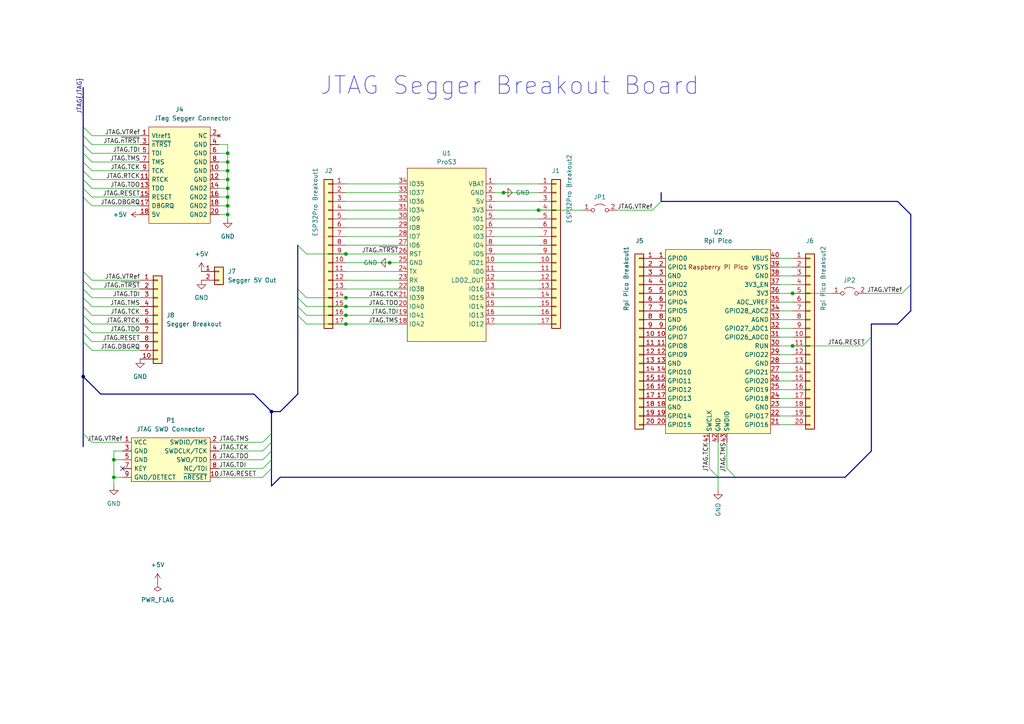
<source format=kicad_sch>
(kicad_sch (version 20230121) (generator eeschema)
  (paper "A4")
  (lib_symbols
    (symbol "Connector_Generic:Conn_01x02" (pin_names (offset 1.016) hide)
      (property "Reference" "J" (at 0 2.54 0))
      (property "Value" "Conn_01x02" (at 0 -5.08 0))
      (symbol "Conn_01x02_1_1"
        (rectangle (start -1.27 -2.413) (end 0 -2.667) (stroke (width 0.1524)))
        (rectangle (start -1.27 0.127) (end 0 -0.127) (stroke (width 0.1524)))
        (rectangle (start -1.27 1.27) (end 1.27 -3.81) (stroke (width 0.254)) (fill (type background)))
        (pin passive line (at -5.08 0 0) (length 3.81) (name "Pin_1") (number "1"))
        (pin passive line (at -5.08 -2.54 0) (length 3.81) (name "Pin_2") (number "2"))
      )
    )
    (symbol "Connector_Generic:Conn_01x10" (pin_names (offset 1.016) hide)
      (property "Reference" "J" (at 0 12.7 0))
      (property "Value" "Conn_01x10" (at 0 -15.24 0))
      (symbol "Conn_01x10_1_1"
        (rectangle (start -1.27 -12.573) (end 0 -12.827) (stroke (width 0.1524)))
        (rectangle (start -1.27 -10.033) (end 0 -10.287) (stroke (width 0.1524)))
        (rectangle (start -1.27 -7.493) (end 0 -7.747) (stroke (width 0.1524)))
        (rectangle (start -1.27 -4.953) (end 0 -5.207) (stroke (width 0.1524)))
        (rectangle (start -1.27 -2.413) (end 0 -2.667) (stroke (width 0.1524)))
        (rectangle (start -1.27 0.127) (end 0 -0.127) (stroke (width 0.1524)))
        (rectangle (start -1.27 2.667) (end 0 2.413) (stroke (width 0.1524)))
        (rectangle (start -1.27 5.207) (end 0 4.953) (stroke (width 0.1524)))
        (rectangle (start -1.27 7.747) (end 0 7.493) (stroke (width 0.1524)))
        (rectangle (start -1.27 10.287) (end 0 10.033) (stroke (width 0.1524)))
        (rectangle (start -1.27 11.43) (end 1.27 -13.97) (stroke (width 0.254)) (fill (type background)))
        (pin passive line (at -5.08 10.16 0) (length 3.81) (name "Pin_1") (number "1"))
        (pin passive line (at -5.08 -12.7 0) (length 3.81) (name "Pin_10") (number "10"))
        (pin passive line (at -5.08 7.62 0) (length 3.81) (name "Pin_2") (number "2"))
        (pin passive line (at -5.08 5.08 0) (length 3.81) (name "Pin_3") (number "3"))
        (pin passive line (at -5.08 2.54 0) (length 3.81) (name "Pin_4") (number "4"))
        (pin passive line (at -5.08 0 0) (length 3.81) (name "Pin_5") (number "5"))
        (pin passive line (at -5.08 -2.54 0) (length 3.81) (name "Pin_6") (number "6"))
        (pin passive line (at -5.08 -5.08 0) (length 3.81) (name "Pin_7") (number "7"))
        (pin passive line (at -5.08 -7.62 0) (length 3.81) (name "Pin_8") (number "8"))
        (pin passive line (at -5.08 -10.16 0) (length 3.81) (name "Pin_9") (number "9"))
      )
    )
    (symbol "Connector_Generic:Conn_01x17" (pin_names (offset 1.016) hide)
      (property "Reference" "J" (at 0 22.86 0))
      (property "Value" "Conn_01x17" (at 0 -22.86 0))
      (symbol "Conn_01x17_1_1"
        (rectangle (start -1.27 -20.193) (end 0 -20.447) (stroke (width 0.1524)))
        (rectangle (start -1.27 -17.653) (end 0 -17.907) (stroke (width 0.1524)))
        (rectangle (start -1.27 -15.113) (end 0 -15.367) (stroke (width 0.1524)))
        (rectangle (start -1.27 -12.573) (end 0 -12.827) (stroke (width 0.1524)))
        (rectangle (start -1.27 -10.033) (end 0 -10.287) (stroke (width 0.1524)))
        (rectangle (start -1.27 -7.493) (end 0 -7.747) (stroke (width 0.1524)))
        (rectangle (start -1.27 -4.953) (end 0 -5.207) (stroke (width 0.1524)))
        (rectangle (start -1.27 -2.413) (end 0 -2.667) (stroke (width 0.1524)))
        (rectangle (start -1.27 0.127) (end 0 -0.127) (stroke (width 0.1524)))
        (rectangle (start -1.27 2.667) (end 0 2.413) (stroke (width 0.1524)))
        (rectangle (start -1.27 5.207) (end 0 4.953) (stroke (width 0.1524)))
        (rectangle (start -1.27 7.747) (end 0 7.493) (stroke (width 0.1524)))
        (rectangle (start -1.27 10.287) (end 0 10.033) (stroke (width 0.1524)))
        (rectangle (start -1.27 12.827) (end 0 12.573) (stroke (width 0.1524)))
        (rectangle (start -1.27 15.367) (end 0 15.113) (stroke (width 0.1524)))
        (rectangle (start -1.27 17.907) (end 0 17.653) (stroke (width 0.1524)))
        (rectangle (start -1.27 20.447) (end 0 20.193) (stroke (width 0.1524)))
        (rectangle (start -1.27 21.59) (end 1.27 -21.59) (stroke (width 0.254)) (fill (type background)))
        (pin passive line (at -5.08 20.32 0) (length 3.81) (name "Pin_1") (number "1"))
        (pin passive line (at -5.08 -2.54 0) (length 3.81) (name "Pin_10") (number "10"))
        (pin passive line (at -5.08 -5.08 0) (length 3.81) (name "Pin_11") (number "11"))
        (pin passive line (at -5.08 -7.62 0) (length 3.81) (name "Pin_12") (number "12"))
        (pin passive line (at -5.08 -10.16 0) (length 3.81) (name "Pin_13") (number "13"))
        (pin passive line (at -5.08 -12.7 0) (length 3.81) (name "Pin_14") (number "14"))
        (pin passive line (at -5.08 -15.24 0) (length 3.81) (name "Pin_15") (number "15"))
        (pin passive line (at -5.08 -17.78 0) (length 3.81) (name "Pin_16") (number "16"))
        (pin passive line (at -5.08 -20.32 0) (length 3.81) (name "Pin_17") (number "17"))
        (pin passive line (at -5.08 17.78 0) (length 3.81) (name "Pin_2") (number "2"))
        (pin passive line (at -5.08 15.24 0) (length 3.81) (name "Pin_3") (number "3"))
        (pin passive line (at -5.08 12.7 0) (length 3.81) (name "Pin_4") (number "4"))
        (pin passive line (at -5.08 10.16 0) (length 3.81) (name "Pin_5") (number "5"))
        (pin passive line (at -5.08 7.62 0) (length 3.81) (name "Pin_6") (number "6"))
        (pin passive line (at -5.08 5.08 0) (length 3.81) (name "Pin_7") (number "7"))
        (pin passive line (at -5.08 2.54 0) (length 3.81) (name "Pin_8") (number "8"))
        (pin passive line (at -5.08 0 0) (length 3.81) (name "Pin_9") (number "9"))
      )
    )
    (symbol "Connector_Generic:Conn_01x20" (pin_names (offset 1.016) hide)
      (property "Reference" "J" (at 0 25.4 0))
      (property "Value" "Conn_01x20" (at 0 -27.94 0))
      (symbol "Conn_01x20_1_1"
        (rectangle (start -1.27 -25.273) (end 0 -25.527) (stroke (width 0.1524)))
        (rectangle (start -1.27 -22.733) (end 0 -22.987) (stroke (width 0.1524)))
        (rectangle (start -1.27 -20.193) (end 0 -20.447) (stroke (width 0.1524)))
        (rectangle (start -1.27 -17.653) (end 0 -17.907) (stroke (width 0.1524)))
        (rectangle (start -1.27 -15.113) (end 0 -15.367) (stroke (width 0.1524)))
        (rectangle (start -1.27 -12.573) (end 0 -12.827) (stroke (width 0.1524)))
        (rectangle (start -1.27 -10.033) (end 0 -10.287) (stroke (width 0.1524)))
        (rectangle (start -1.27 -7.493) (end 0 -7.747) (stroke (width 0.1524)))
        (rectangle (start -1.27 -4.953) (end 0 -5.207) (stroke (width 0.1524)))
        (rectangle (start -1.27 -2.413) (end 0 -2.667) (stroke (width 0.1524)))
        (rectangle (start -1.27 0.127) (end 0 -0.127) (stroke (width 0.1524)))
        (rectangle (start -1.27 2.667) (end 0 2.413) (stroke (width 0.1524)))
        (rectangle (start -1.27 5.207) (end 0 4.953) (stroke (width 0.1524)))
        (rectangle (start -1.27 7.747) (end 0 7.493) (stroke (width 0.1524)))
        (rectangle (start -1.27 10.287) (end 0 10.033) (stroke (width 0.1524)))
        (rectangle (start -1.27 12.827) (end 0 12.573) (stroke (width 0.1524)))
        (rectangle (start -1.27 15.367) (end 0 15.113) (stroke (width 0.1524)))
        (rectangle (start -1.27 17.907) (end 0 17.653) (stroke (width 0.1524)))
        (rectangle (start -1.27 20.447) (end 0 20.193) (stroke (width 0.1524)))
        (rectangle (start -1.27 22.987) (end 0 22.733) (stroke (width 0.1524)))
        (rectangle (start -1.27 24.13) (end 1.27 -26.67) (stroke (width 0.254)) (fill (type background)))
        (pin passive line (at -5.08 22.86 0) (length 3.81) (name "Pin_1") (number "1"))
        (pin passive line (at -5.08 0 0) (length 3.81) (name "Pin_10") (number "10"))
        (pin passive line (at -5.08 -2.54 0) (length 3.81) (name "Pin_11") (number "11"))
        (pin passive line (at -5.08 -5.08 0) (length 3.81) (name "Pin_12") (number "12"))
        (pin passive line (at -5.08 -7.62 0) (length 3.81) (name "Pin_13") (number "13"))
        (pin passive line (at -5.08 -10.16 0) (length 3.81) (name "Pin_14") (number "14"))
        (pin passive line (at -5.08 -12.7 0) (length 3.81) (name "Pin_15") (number "15"))
        (pin passive line (at -5.08 -15.24 0) (length 3.81) (name "Pin_16") (number "16"))
        (pin passive line (at -5.08 -17.78 0) (length 3.81) (name "Pin_17") (number "17"))
        (pin passive line (at -5.08 -20.32 0) (length 3.81) (name "Pin_18") (number "18"))
        (pin passive line (at -5.08 -22.86 0) (length 3.81) (name "Pin_19") (number "19"))
        (pin passive line (at -5.08 20.32 0) (length 3.81) (name "Pin_2") (number "2"))
        (pin passive line (at -5.08 -25.4 0) (length 3.81) (name "Pin_20") (number "20"))
        (pin passive line (at -5.08 17.78 0) (length 3.81) (name "Pin_3") (number "3"))
        (pin passive line (at -5.08 15.24 0) (length 3.81) (name "Pin_4") (number "4"))
        (pin passive line (at -5.08 12.7 0) (length 3.81) (name "Pin_5") (number "5"))
        (pin passive line (at -5.08 10.16 0) (length 3.81) (name "Pin_6") (number "6"))
        (pin passive line (at -5.08 7.62 0) (length 3.81) (name "Pin_7") (number "7"))
        (pin passive line (at -5.08 5.08 0) (length 3.81) (name "Pin_8") (number "8"))
        (pin passive line (at -5.08 2.54 0) (length 3.81) (name "Pin_9") (number "9"))
      )
    )
    (symbol "Jumper:Jumper_2_Open" (pin_names (offset 0) hide)
      (property "Reference" "JP" (at 0 2.794 0))
      (property "Value" "Jumper_2_Open" (at 0 -2.286 0))
      (symbol "Jumper_2_Open_0_0"
        (circle (center -2.032 0) (radius 0.508))
        (circle (center 2.032 0) (radius 0.508))
      )
      (symbol "Jumper_2_Open_0_1"
        (arc (start 1.524 1.27) (mid 0 1.778) (end -1.524 1.27))
      )
      (symbol "Jumper_2_Open_1_1"
        (pin passive line (at -5.08 0 0) (length 2.54) (name "A") (number "1"))
        (pin passive line (at 5.08 0 180) (length 2.54) (name "B") (number "2"))
      )
    )
    (symbol "MCU_RaspberryPi_and_Boards:Pico"
      (property "Reference" "U" (at -13.97 27.94 0))
      (property "Value" "Pico" (at 0 19.05 0))
      (symbol "Pico_0_0"
        (text "Raspberry Pi Pico" (at 0 21.59 0) (effects (font (size 1.27 1.27))))
      )
      (symbol "Pico_0_1"
        (rectangle (start -15.24 26.67) (end 15.24 -26.67) (fill (type background)))
      )
      (symbol "Pico_1_1"
        (pin bidirectional line (at -17.78 24.13 0) (length 2.54) (name "GPIO0") (number "1"))
        (pin bidirectional line (at -17.78 1.27 0) (length 2.54) (name "GPIO7") (number "10"))
        (pin bidirectional line (at -17.78 -1.27 0) (length 2.54) (name "GPIO8") (number "11"))
        (pin bidirectional line (at -17.78 -3.81 0) (length 2.54) (name "GPIO9") (number "12"))
        (pin power_in line (at -17.78 -6.35 0) (length 2.54) (name "GND") (number "13"))
        (pin bidirectional line (at -17.78 -8.89 0) (length 2.54) (name "GPIO10") (number "14"))
        (pin bidirectional line (at -17.78 -11.43 0) (length 2.54) (name "GPIO11") (number "15"))
        (pin bidirectional line (at -17.78 -13.97 0) (length 2.54) (name "GPIO12") (number "16"))
        (pin bidirectional line (at -17.78 -16.51 0) (length 2.54) (name "GPIO13") (number "17"))
        (pin power_in line (at -17.78 -19.05 0) (length 2.54) (name "GND") (number "18"))
        (pin bidirectional line (at -17.78 -21.59 0) (length 2.54) (name "GPIO14") (number "19"))
        (pin bidirectional line (at -17.78 21.59 0) (length 2.54) (name "GPIO1") (number "2"))
        (pin bidirectional line (at -17.78 -24.13 0) (length 2.54) (name "GPIO15") (number "20"))
        (pin bidirectional line (at 17.78 -24.13 180) (length 2.54) (name "GPIO16") (number "21"))
        (pin bidirectional line (at 17.78 -21.59 180) (length 2.54) (name "GPIO17") (number "22"))
        (pin power_in line (at 17.78 -19.05 180) (length 2.54) (name "GND") (number "23"))
        (pin bidirectional line (at 17.78 -16.51 180) (length 2.54) (name "GPIO18") (number "24"))
        (pin bidirectional line (at 17.78 -13.97 180) (length 2.54) (name "GPIO19") (number "25"))
        (pin bidirectional line (at 17.78 -11.43 180) (length 2.54) (name "GPIO20") (number "26"))
        (pin bidirectional line (at 17.78 -8.89 180) (length 2.54) (name "GPIO21") (number "27"))
        (pin power_in line (at 17.78 -6.35 180) (length 2.54) (name "GND") (number "28"))
        (pin bidirectional line (at 17.78 -3.81 180) (length 2.54) (name "GPIO22") (number "29"))
        (pin power_in line (at -17.78 19.05 0) (length 2.54) (name "GND") (number "3"))
        (pin input line (at 17.78 -1.27 180) (length 2.54) (name "RUN") (number "30"))
        (pin bidirectional line (at 17.78 1.27 180) (length 2.54) (name "GPIO26_ADC0") (number "31"))
        (pin bidirectional line (at 17.78 3.81 180) (length 2.54) (name "GPIO27_ADC1") (number "32"))
        (pin power_in line (at 17.78 6.35 180) (length 2.54) (name "AGND") (number "33"))
        (pin bidirectional line (at 17.78 8.89 180) (length 2.54) (name "GPIO28_ADC2") (number "34"))
        (pin power_in line (at 17.78 11.43 180) (length 2.54) (name "ADC_VREF") (number "35"))
        (pin power_in line (at 17.78 13.97 180) (length 2.54) (name "3V3") (number "36"))
        (pin input line (at 17.78 16.51 180) (length 2.54) (name "3V3_EN") (number "37"))
        (pin bidirectional line (at 17.78 19.05 180) (length 2.54) (name "GND") (number "38"))
        (pin power_in line (at 17.78 21.59 180) (length 2.54) (name "VSYS") (number "39"))
        (pin bidirectional line (at -17.78 16.51 0) (length 2.54) (name "GPIO2") (number "4"))
        (pin power_in line (at 17.78 24.13 180) (length 2.54) (name "VBUS") (number "40"))
        (pin input line (at -2.54 -29.21 90) (length 2.54) (name "SWCLK") (number "41"))
        (pin power_in line (at 0 -29.21 90) (length 2.54) (name "GND") (number "42"))
        (pin bidirectional line (at 2.54 -29.21 90) (length 2.54) (name "SWDIO") (number "43"))
        (pin bidirectional line (at -17.78 13.97 0) (length 2.54) (name "GPIO3") (number "5"))
        (pin bidirectional line (at -17.78 11.43 0) (length 2.54) (name "GPIO4") (number "6"))
        (pin bidirectional line (at -17.78 8.89 0) (length 2.54) (name "GPIO5") (number "7"))
        (pin power_in line (at -17.78 6.35 0) (length 2.54) (name "GND") (number "8"))
        (pin bidirectional line (at -17.78 3.81 0) (length 2.54) (name "GPIO6") (number "9"))
      )
    )
    (symbol "ProS3:ProS3"
      (property "Reference" "U" (at 0 -28.956 0))
      (property "Value" "ProS3" (at -0.508 27.178 0))
      (symbol "ProS3_1_1"
        (rectangle (start -11.43 24.892) (end 11.43 -25.4) (stroke (width 0.1524)) (fill (type background)))
        (pin power_in line (at 13.97 20.32 180) (length 2.54) (name "VBAT") (number "1"))
        (pin bidirectional line (at 13.97 -2.54 180) (length 2.54) (name "IO21") (number "10"))
        (pin bidirectional line (at 13.97 -5.08 180) (length 2.54) (name "IO0") (number "11"))
        (pin power_out line (at 13.97 -7.62 180) (length 2.54) (name "LDO2_OUT") (number "12"))
        (pin bidirectional line (at 13.97 -10.16 180) (length 2.54) (name "IO16") (number "13"))
        (pin bidirectional line (at 13.97 -12.7 180) (length 2.54) (name "IO15") (number "14"))
        (pin bidirectional line (at 13.97 -15.24 180) (length 2.54) (name "IO14") (number "15"))
        (pin bidirectional line (at 13.97 -17.78 180) (length 2.54) (name "IO13") (number "16"))
        (pin bidirectional line (at 13.97 -20.32 180) (length 2.54) (name "IO12") (number "17"))
        (pin bidirectional line (at -13.97 -20.32 0) (length 2.54) (name "IO42") (number "18"))
        (pin bidirectional line (at -13.97 -17.78 0) (length 2.54) (name "IO41") (number "19"))
        (pin power_in line (at 13.97 17.78 180) (length 2.54) (name "GND") (number "2"))
        (pin bidirectional line (at -13.97 -15.24 0) (length 2.54) (name "IO40") (number "20"))
        (pin bidirectional line (at -13.97 -12.7 0) (length 2.54) (name "IO39") (number "21"))
        (pin bidirectional line (at -13.97 -10.16 0) (length 2.54) (name "IO38") (number "22"))
        (pin bidirectional line (at -13.97 -7.62 0) (length 2.54) (name "RX") (number "23"))
        (pin bidirectional line (at -13.97 -5.08 0) (length 2.54) (name "TX") (number "24"))
        (pin power_in line (at -13.97 -2.54 0) (length 2.54) (name "GND") (number "25"))
        (pin input line (at -13.97 0 0) (length 2.54) (name "RST") (number "26"))
        (pin bidirectional line (at -13.97 2.54 0) (length 2.54) (name "IO6") (number "27"))
        (pin bidirectional line (at -13.97 5.08 0) (length 2.54) (name "IO7") (number "28"))
        (pin bidirectional line (at -13.97 7.62 0) (length 2.54) (name "IO8") (number "29"))
        (pin power_in line (at 13.97 15.24 180) (length 2.54) (name "5V") (number "3"))
        (pin bidirectional line (at -13.97 10.16 0) (length 2.54) (name "IO9") (number "30"))
        (pin bidirectional line (at -13.97 12.7 0) (length 2.54) (name "IO34") (number "31"))
        (pin bidirectional line (at -13.97 15.24 0) (length 2.54) (name "IO36") (number "32"))
        (pin bidirectional line (at -13.97 17.78 0) (length 2.54) (name "IO37") (number "33"))
        (pin bidirectional line (at -13.97 20.32 0) (length 2.54) (name "IO35") (number "34"))
        (pin power_in line (at 13.97 12.7 180) (length 2.54) (name "3V3") (number "4"))
        (pin bidirectional line (at 13.97 10.16 180) (length 2.54) (name "IO1") (number "5"))
        (pin bidirectional line (at 13.97 7.62 180) (length 2.54) (name "IO2") (number "6"))
        (pin bidirectional line (at 13.97 5.08 180) (length 2.54) (name "IO3") (number "7"))
        (pin bidirectional line (at 13.97 2.54 180) (length 2.54) (name "IO4") (number "8"))
        (pin bidirectional line (at 13.97 0 180) (length 2.54) (name "IO5") (number "9"))
      )
    )
    (symbol "hecatron.conn:JTAG_SWD_Connector" (pin_names (offset 0.762))
      (property "Reference" "J" (at 0 7.62 0))
      (property "Value" "JTAG SWD Connector" (at 0 -7.62 0))
      (symbol "JTAG_SWD_Connector_0_1"
        (rectangle (start -11.43 6.35) (end 11.43 -6.35) (fill (type background)))
      )
      (symbol "JTAG_SWD_Connector_1_1"
        (pin passive line (at -13.97 5.08 0) (length 2.54) (name "VCC") (number "1"))
        (pin passive line (at 13.97 -5.08 180) (length 2.54) (name "~{nRESET}") (number "10"))
        (pin passive line (at 13.97 5.08 180) (length 2.54) (name "SWDIO/TMS") (number "2"))
        (pin passive line (at -13.97 2.54 0) (length 2.54) (name "GND") (number "3"))
        (pin passive line (at 13.97 2.54 180) (length 2.54) (name "SWDCLK/TCK") (number "4"))
        (pin passive line (at -13.97 0 0) (length 2.54) (name "GND") (number "5"))
        (pin passive line (at 13.97 0 180) (length 2.54) (name "SWO/TDO") (number "6"))
        (pin passive line (at -13.97 -2.54 0) (length 2.54) (name "KEY") (number "7"))
        (pin passive line (at 13.97 -2.54 180) (length 2.54) (name "NC/TDI") (number "8"))
        (pin passive line (at -13.97 -5.08 0) (length 2.54) (name "GND/DETECT") (number "9"))
      )
    )
    (symbol "hecatron.conn:JTAG_Segger_Connector" (pin_names (offset 0.762))
      (property "Reference" "J" (at -1.27 16.51 0))
      (property "Value" "Segger JTag Connector" (at 0 -15.24 0))
      (symbol "JTAG_Segger_Connector_0_1"
        (rectangle (start -8.89 15.24) (end 8.89 -12.7) (fill (type background)))
      )
      (symbol "JTAG_Segger_Connector_1_1"
        (pin passive line (at -11.43 12.7 0) (length 2.54) (name "Vtref1") (number "1"))
        (pin passive line (at 11.43 2.54 180) (length 2.54) (name "GND") (number "10"))
        (pin passive line (at -11.43 0 0) (length 2.54) (name "RTCK") (number "11"))
        (pin passive line (at 11.43 0 180) (length 2.54) (name "GND") (number "12"))
        (pin passive line (at -11.43 -2.54 0) (length 2.54) (name "TDO") (number "13"))
        (pin passive line (at 11.43 -2.54 180) (length 2.54) (name "GND2") (number "14"))
        (pin passive line (at -11.43 -5.08 0) (length 2.54) (name "RESET") (number "15"))
        (pin passive line (at 11.43 -5.08 180) (length 2.54) (name "GND2") (number "16"))
        (pin passive line (at -11.43 -7.62 0) (length 2.54) (name "DBGRQ") (number "17"))
        (pin passive line (at -11.43 -10.16 0) (length 2.54) (name "5V") (number "18"))
        (pin passive line (at 11.43 -7.62 180) (length 2.54) (name "GND2") (number "18"))
        (pin no_connect line (at 11.43 12.7 180) (length 2.54) (name "NC") (number "2"))
        (pin passive line (at 11.43 -10.16 180) (length 2.54) (name "GND2") (number "20"))
        (pin passive line (at -11.43 10.16 0) (length 2.54) (name "~{nTRST}") (number "3"))
        (pin passive line (at 11.43 10.16 180) (length 2.54) (name "GND") (number "4"))
        (pin passive line (at -11.43 7.62 0) (length 2.54) (name "TDI") (number "5"))
        (pin passive line (at 11.43 7.62 180) (length 2.54) (name "GND") (number "6"))
        (pin passive line (at -11.43 5.08 0) (length 2.54) (name "TMS") (number "7"))
        (pin passive line (at 11.43 5.08 180) (length 2.54) (name "GND") (number "8"))
        (pin passive line (at -11.43 2.54 0) (length 2.54) (name "TCK") (number "9"))
      )
    )
    (symbol "power:+5V" (power) (pin_names (offset 0))
      (property "Value" "+5V" (at 0 3.556 0))
      (symbol "+5V_0_1"
        (polyline (pts (xy -0.762 1.27) (xy 0 2.54)))
        (polyline (pts (xy 0 0) (xy 0 2.54)))
        (polyline (pts (xy 0 2.54) (xy 0.762 1.27)))
      )
      (symbol "+5V_1_1"
        (pin power_in line (at 0 0 90) (length 0) hide (name "+5V") (number "1"))
      )
    )
    (symbol "power:GND" (power) (pin_names (offset 0))
      (property "Value" "GND" (at 0 -3.81 0))
      (symbol "GND_0_1"
        (polyline (pts (xy 0 0) (xy 0 -1.27) (xy 1.27 -1.27) (xy 0 -2.54) (xy -1.27 -1.27) (xy 0 -1.27)))
      )
      (symbol "GND_1_1"
        (pin power_in line (at 0 0 270) (length 0) hide (name "GND") (number "1"))
      )
    )
    (symbol "power:PWR_FLAG" (power) (pin_numbers hide) (pin_names (offset 0) hide)
      (property "Value" "PWR_FLAG" (at 0 3.81 0))
      (symbol "PWR_FLAG_0_0"
        (pin power_out line (at 0 0 90) (length 0) (name "pwr") (number "1"))
      )
      (symbol "PWR_FLAG_0_1"
        (polyline (pts (xy 0 0) (xy 0 1.27) (xy -1.016 1.905) (xy 0 2.54) (xy 1.016 1.905) (xy 0 1.27)))
      )
    )
  )
  (bus_alias "JTAG" (members "~{nTRST}" "TDI" "TMS" "TCK" "RTCK" "TDO" "RESET" "DBGRQ" "VTRef"))
  (junction (at 229.87 85.09))
  (junction (at 33.02 133.35))
  (junction (at 100.33 88.9))
  (junction (at 66.04 59.69))
  (junction (at 66.04 54.61))
  (junction (at 100.33 93.98))
  (junction (at 100.33 91.44))
  (junction (at 156.21 60.96))
  (junction (at 66.04 44.45))
  (junction (at 100.33 73.66))
  (junction (at 66.04 49.53))
  (junction (at 66.04 46.99))
  (junction (at 78.74 119.38))
  (junction (at 24.13 109.22))
  (junction (at 66.04 52.07))
  (junction (at 66.04 57.15))
  (junction (at 229.87 100.33))
  (junction (at 66.04 62.23))
  (junction (at 146.05 55.88))
  (junction (at 33.02 138.43))
  (junction (at 100.33 86.36))
  (junction (at 113.03 76.2))
  (no_connect (at 35.56 135.89))
  (bus_entry (at 24.13 99.06) (size 2.54 2.54))
  (bus_entry (at 250.19 100.33) (size 2.54 -2.54))
  (bus_entry (at 205.74 135.89) (size 2.54 2.54))
  (bus_entry (at 213.36 138.43) (size -2.54 -2.54))
  (bus_entry (at 78.74 130.81) (size -2.54 2.54))
  (bus_entry (at 86.36 86.36) (size 2.54 2.54))
  (bus_entry (at 24.13 46.99) (size 2.54 2.54))
  (bus_entry (at 78.74 125.73) (size -2.54 2.54))
  (bus_entry (at 78.74 128.27) (size -2.54 2.54))
  (bus_entry (at 78.74 133.35) (size -2.54 2.54))
  (bus_entry (at 86.36 88.9) (size 2.54 2.54))
  (bus_entry (at 24.13 44.45) (size 2.54 2.54))
  (bus_entry (at 24.13 81.28) (size 2.54 2.54))
  (bus_entry (at 24.13 49.53) (size 2.54 2.54))
  (bus_entry (at 24.13 52.07) (size 2.54 2.54))
  (bus_entry (at 189.23 60.96) (size 2.54 -2.54))
  (bus_entry (at 24.13 41.91) (size 2.54 2.54))
  (bus_entry (at 86.36 71.12) (size 2.54 2.54))
  (bus_entry (at 86.36 83.82) (size 2.54 2.54))
  (bus_entry (at 24.13 125.73) (size 2.54 2.54))
  (bus_entry (at 24.13 91.44) (size 2.54 2.54))
  (bus_entry (at 24.13 86.36) (size 2.54 2.54))
  (bus_entry (at 24.13 78.74) (size 2.54 2.54))
  (bus_entry (at 78.74 135.89) (size -2.54 2.54))
  (bus_entry (at 24.13 96.52) (size 2.54 2.54))
  (bus_entry (at 24.13 88.9) (size 2.54 2.54))
  (bus_entry (at 86.36 91.44) (size 2.54 2.54))
  (bus_entry (at 24.13 57.15) (size 2.54 2.54))
  (bus_entry (at 24.13 39.37) (size 2.54 2.54))
  (bus_entry (at 24.13 54.61) (size 2.54 2.54))
  (bus_entry (at 261.62 85.09) (size 2.54 -2.54))
  (bus_entry (at 24.13 83.82) (size 2.54 2.54))
  (bus_entry (at 24.13 93.98) (size 2.54 2.54))
  (bus_entry (at 24.13 36.83) (size 2.54 2.54))
  (bus (pts (xy 78.74 133.35) (xy 78.74 135.89)))
  (wire (pts (xy 26.67 91.44) (xy 40.64 91.44)))
  (bus (pts (xy 86.36 71.12) (xy 86.36 83.82)))
  (bus (pts (xy 29.21 114.3) (xy 73.66 114.3)))
  (wire (pts (xy 100.33 91.44) (xy 115.57 91.44)))
  (wire (pts (xy 143.51 81.28) (xy 156.21 81.28)))
  (bus (pts (xy 78.74 125.73) (xy 78.74 128.27)))
  (wire (pts (xy 88.9 88.9) (xy 100.33 88.9)))
  (wire (pts (xy 26.67 93.98) (xy 40.64 93.98)))
  (wire (pts (xy 226.06 115.57) (xy 229.87 115.57)))
  (bus (pts (xy 78.74 119.38) (xy 81.28 119.38)))
  (bus (pts (xy 24.13 99.06) (xy 24.13 109.22)))
  (wire (pts (xy 143.51 93.98) (xy 156.21 93.98)))
  (bus (pts (xy 252.73 130.81) (xy 245.11 138.43)))
  (wire (pts (xy 26.67 81.28) (xy 40.64 81.28)))
  (bus (pts (xy 24.13 81.28) (xy 24.13 83.82)))
  (bus (pts (xy 252.73 97.79) (xy 252.73 130.81)))
  (wire (pts (xy 26.67 54.61) (xy 40.64 54.61)))
  (wire (pts (xy 143.51 66.04) (xy 156.21 66.04)))
  (wire (pts (xy 143.51 88.9) (xy 156.21 88.9)))
  (wire (pts (xy 226.06 92.71) (xy 229.87 92.71)))
  (wire (pts (xy 143.51 58.42) (xy 156.21 58.42)))
  (wire (pts (xy 100.33 86.36) (xy 115.57 86.36)))
  (wire (pts (xy 63.5 128.27) (xy 76.2 128.27)))
  (wire (pts (xy 63.5 49.53) (xy 66.04 49.53)))
  (bus (pts (xy 252.73 93.98) (xy 252.73 97.79)))
  (bus (pts (xy 24.13 109.22) (xy 29.21 114.3)))
  (bus (pts (xy 81.28 138.43) (xy 78.74 140.97)))
  (bus (pts (xy 24.13 83.82) (xy 24.13 86.36)))
  (wire (pts (xy 179.07 60.96) (xy 189.23 60.96)))
  (bus (pts (xy 264.16 62.23) (xy 264.16 82.55)))
  (wire (pts (xy 26.67 39.37) (xy 40.64 39.37)))
  (wire (pts (xy 146.05 55.88) (xy 156.21 55.88)))
  (wire (pts (xy 229.87 85.09) (xy 241.3 85.09)))
  (bus (pts (xy 24.13 96.52) (xy 24.13 99.06)))
  (wire (pts (xy 88.9 73.66) (xy 100.33 73.66)))
  (wire (pts (xy 100.33 81.28) (xy 115.57 81.28)))
  (wire (pts (xy 226.06 120.65) (xy 229.87 120.65)))
  (wire (pts (xy 208.28 138.43) (xy 208.28 142.24)))
  (wire (pts (xy 63.5 46.99) (xy 66.04 46.99)))
  (bus (pts (xy 24.13 49.53) (xy 24.13 52.07)))
  (bus (pts (xy 24.13 86.36) (xy 24.13 88.9)))
  (wire (pts (xy 33.02 138.43) (xy 33.02 140.97)))
  (wire (pts (xy 26.67 46.99) (xy 40.64 46.99)))
  (wire (pts (xy 100.33 60.96) (xy 115.57 60.96)))
  (wire (pts (xy 63.5 54.61) (xy 66.04 54.61)))
  (bus (pts (xy 86.36 91.44) (xy 86.36 114.3)))
  (wire (pts (xy 26.67 59.69) (xy 40.64 59.69)))
  (wire (pts (xy 63.5 52.07) (xy 66.04 52.07)))
  (bus (pts (xy 24.13 91.44) (xy 24.13 93.98)))
  (wire (pts (xy 100.33 63.5) (xy 115.57 63.5)))
  (wire (pts (xy 226.06 100.33) (xy 229.87 100.33)))
  (wire (pts (xy 26.67 96.52) (xy 40.64 96.52)))
  (wire (pts (xy 226.06 95.25) (xy 229.87 95.25)))
  (wire (pts (xy 226.06 97.79) (xy 229.87 97.79)))
  (wire (pts (xy 226.06 90.17) (xy 229.87 90.17)))
  (wire (pts (xy 35.56 133.35) (xy 33.02 133.35)))
  (wire (pts (xy 26.67 44.45) (xy 40.64 44.45)))
  (wire (pts (xy 26.67 101.6) (xy 40.64 101.6)))
  (wire (pts (xy 26.67 41.91) (xy 40.64 41.91)))
  (bus (pts (xy 24.13 41.91) (xy 24.13 44.45)))
  (wire (pts (xy 63.5 130.81) (xy 76.2 130.81)))
  (wire (pts (xy 226.06 85.09) (xy 229.87 85.09)))
  (wire (pts (xy 63.5 57.15) (xy 66.04 57.15)))
  (bus (pts (xy 86.36 88.9) (xy 86.36 91.44)))
  (wire (pts (xy 143.51 78.74) (xy 156.21 78.74)))
  (wire (pts (xy 143.51 60.96) (xy 156.21 60.96)))
  (wire (pts (xy 205.74 128.27) (xy 205.74 135.89)))
  (wire (pts (xy 226.06 105.41) (xy 229.87 105.41)))
  (wire (pts (xy 26.67 86.36) (xy 40.64 86.36)))
  (wire (pts (xy 229.87 100.33) (xy 250.19 100.33)))
  (wire (pts (xy 100.33 88.9) (xy 115.57 88.9)))
  (wire (pts (xy 33.02 130.81) (xy 33.02 133.35)))
  (wire (pts (xy 143.51 86.36) (xy 156.21 86.36)))
  (wire (pts (xy 226.06 118.11) (xy 229.87 118.11)))
  (wire (pts (xy 66.04 49.53) (xy 66.04 52.07)))
  (wire (pts (xy 100.33 83.82) (xy 115.57 83.82)))
  (wire (pts (xy 143.51 83.82) (xy 156.21 83.82)))
  (wire (pts (xy 33.02 133.35) (xy 33.02 138.43)))
  (bus (pts (xy 78.74 119.38) (xy 78.74 125.73)))
  (wire (pts (xy 66.04 54.61) (xy 66.04 57.15)))
  (bus (pts (xy 24.13 39.37) (xy 24.13 41.91)))
  (wire (pts (xy 88.9 86.36) (xy 100.33 86.36)))
  (wire (pts (xy 26.67 57.15) (xy 40.64 57.15)))
  (wire (pts (xy 63.5 62.23) (xy 66.04 62.23)))
  (bus (pts (xy 78.74 130.81) (xy 78.74 133.35)))
  (wire (pts (xy 143.51 73.66) (xy 156.21 73.66)))
  (bus (pts (xy 24.13 93.98) (xy 24.13 96.52)))
  (bus (pts (xy 260.35 58.42) (xy 264.16 62.23)))
  (bus (pts (xy 24.13 109.22) (xy 24.13 125.73)))
  (bus (pts (xy 86.36 114.3) (xy 81.28 119.38)))
  (wire (pts (xy 63.5 59.69) (xy 66.04 59.69)))
  (bus (pts (xy 252.73 93.98) (xy 260.35 93.98)))
  (wire (pts (xy 143.51 53.34) (xy 156.21 53.34)))
  (bus (pts (xy 24.13 125.73) (xy 24.13 129.54)))
  (bus (pts (xy 86.36 83.82) (xy 86.36 86.36)))
  (wire (pts (xy 33.02 138.43) (xy 35.56 138.43)))
  (wire (pts (xy 226.06 102.87) (xy 229.87 102.87)))
  (wire (pts (xy 226.06 74.93) (xy 229.87 74.93)))
  (wire (pts (xy 226.06 77.47) (xy 229.87 77.47)))
  (wire (pts (xy 210.82 128.27) (xy 210.82 135.89)))
  (wire (pts (xy 226.06 123.19) (xy 229.87 123.19)))
  (bus (pts (xy 24.13 52.07) (xy 24.13 54.61)))
  (wire (pts (xy 226.06 87.63) (xy 229.87 87.63)))
  (bus (pts (xy 245.11 138.43) (xy 213.36 138.43)))
  (wire (pts (xy 100.33 73.66) (xy 115.57 73.66)))
  (bus (pts (xy 78.74 135.89) (xy 78.74 140.97)))
  (wire (pts (xy 66.04 46.99) (xy 66.04 49.53)))
  (bus (pts (xy 73.66 114.3) (xy 78.74 119.38)))
  (bus (pts (xy 24.13 88.9) (xy 24.13 91.44)))
  (wire (pts (xy 63.5 135.89) (xy 76.2 135.89)))
  (bus (pts (xy 191.77 58.42) (xy 260.35 58.42)))
  (wire (pts (xy 143.51 71.12) (xy 156.21 71.12)))
  (wire (pts (xy 26.67 99.06) (xy 40.64 99.06)))
  (wire (pts (xy 143.51 63.5) (xy 156.21 63.5)))
  (wire (pts (xy 208.28 128.27) (xy 208.28 138.43)))
  (wire (pts (xy 226.06 113.03) (xy 229.87 113.03)))
  (bus (pts (xy 213.36 138.43) (xy 208.28 138.43)))
  (wire (pts (xy 100.33 66.04) (xy 115.57 66.04)))
  (wire (pts (xy 143.51 68.58) (xy 156.21 68.58)))
  (wire (pts (xy 66.04 44.45) (xy 66.04 46.99)))
  (wire (pts (xy 100.33 53.34) (xy 115.57 53.34)))
  (wire (pts (xy 143.51 76.2) (xy 156.21 76.2)))
  (bus (pts (xy 24.13 36.83) (xy 24.13 39.37)))
  (wire (pts (xy 63.5 44.45) (xy 66.04 44.45)))
  (bus (pts (xy 24.13 54.61) (xy 24.13 57.15)))
  (bus (pts (xy 264.16 82.55) (xy 264.16 90.17)))
  (wire (pts (xy 26.67 88.9) (xy 40.64 88.9)))
  (wire (pts (xy 26.67 52.07) (xy 40.64 52.07)))
  (wire (pts (xy 226.06 110.49) (xy 229.87 110.49)))
  (wire (pts (xy 66.04 62.23) (xy 66.04 63.5)))
  (wire (pts (xy 88.9 91.44) (xy 100.33 91.44)))
  (bus (pts (xy 24.13 46.99) (xy 24.13 49.53)))
  (wire (pts (xy 226.06 80.01) (xy 229.87 80.01)))
  (bus (pts (xy 78.74 128.27) (xy 78.74 130.81)))
  (wire (pts (xy 88.9 93.98) (xy 100.33 93.98)))
  (wire (pts (xy 66.04 57.15) (xy 66.04 59.69)))
  (wire (pts (xy 63.5 41.91) (xy 66.04 41.91)))
  (bus (pts (xy 86.36 86.36) (xy 86.36 88.9)))
  (bus (pts (xy 24.13 78.74) (xy 24.13 81.28)))
  (wire (pts (xy 251.46 85.09) (xy 261.62 85.09)))
  (wire (pts (xy 143.51 55.88) (xy 146.05 55.88)))
  (wire (pts (xy 100.33 58.42) (xy 115.57 58.42)))
  (wire (pts (xy 156.21 60.96) (xy 168.91 60.96)))
  (wire (pts (xy 35.56 130.81) (xy 33.02 130.81)))
  (bus (pts (xy 24.13 44.45) (xy 24.13 46.99)))
  (bus (pts (xy 264.16 90.17) (xy 260.35 93.98)))
  (wire (pts (xy 26.67 128.27) (xy 35.56 128.27)))
  (wire (pts (xy 100.33 93.98) (xy 115.57 93.98)))
  (wire (pts (xy 226.06 107.95) (xy 229.87 107.95)))
  (wire (pts (xy 26.67 83.82) (xy 40.64 83.82)))
  (bus (pts (xy 191.77 55.88) (xy 191.77 58.42)))
  (bus (pts (xy 24.13 25.4) (xy 24.13 36.83)))
  (wire (pts (xy 26.67 49.53) (xy 40.64 49.53)))
  (wire (pts (xy 226.06 82.55) (xy 229.87 82.55)))
  (wire (pts (xy 63.5 138.43) (xy 76.2 138.43)))
  (wire (pts (xy 66.04 52.07) (xy 66.04 54.61)))
  (wire (pts (xy 100.33 76.2) (xy 113.03 76.2)))
  (wire (pts (xy 113.03 76.2) (xy 115.57 76.2)))
  (bus (pts (xy 208.28 138.43) (xy 81.28 138.43)))
  (wire (pts (xy 66.04 41.91) (xy 66.04 44.45)))
  (wire (pts (xy 100.33 71.12) (xy 115.57 71.12)))
  (bus (pts (xy 24.13 57.15) (xy 24.13 78.74)))
  (wire (pts (xy 100.33 55.88) (xy 115.57 55.88)))
  (wire (pts (xy 100.33 68.58) (xy 115.57 68.58)))
  (wire (pts (xy 66.04 59.69) (xy 66.04 62.23)))
  (wire (pts (xy 143.51 91.44) (xy 156.21 91.44)))
  (wire (pts (xy 63.5 133.35) (xy 76.2 133.35)))
  (wire (pts (xy 100.33 78.74) (xy 115.57 78.74)))
  (text "JTAG Segger Breakout Board" (at 92.71 27.94 0) (effects (font (size 5.08 5.08)) (justify left bottom)))
  (label "JTAG.DBGRQ" (at 40.64 101.6 180))
  (label "JTAG.TDI" (at 63.5 135.89 0))
  (label "JTAG.TCK" (at 40.64 49.53 180))
  (label "JTAG.TMS" (at 40.64 88.9 180))
  (label "JTAG.TMS" (at 40.64 46.99 180))
  (label "JTAG.~{nTRST}" (at 115.57 73.66 180))
  (label "JTAG.DBGRQ" (at 40.64 59.69 180))
  (label "JTAG.TMS" (at 63.5 128.27 0))
  (label "JTAG.TCK" (at 40.64 91.44 180))
  (label "JTAG.TDI" (at 115.57 91.44 180))
  (label "JTAG.TDI" (at 40.64 44.45 180))
  (label "JTAG.TDO" (at 40.64 96.52 180))
  (label "JTAG{JTAG}" (at 24.13 33.02 90))
  (label "JTAG.RTCK" (at 40.64 93.98 180))
  (label "JTAG.TDO" (at 40.64 54.61 180))
  (label "JTAG.TCK" (at 115.57 86.36 180))
  (label "JTAG.RESET" (at 63.5 138.43 0))
  (label "JTAG.TDO" (at 115.57 88.9 180))
  (label "JTAG.VTRef" (at 40.64 39.37 180))
  (label "JTAG.~{nTRST}" (at 40.64 83.82 180))
  (label "JTAG.RTCK" (at 40.64 52.07 180))
  (label "JTAG.RESET" (at 240.03 100.33 0))
  (label "JTAG.TDI" (at 40.64 86.36 180))
  (label "JTAG.TCK" (at 63.5 130.81 0))
  (label "JTAG.TMS" (at 210.82 128.27 270))
  (label "JTAG.VTRef" (at 40.64 81.28 180))
  (label "JTAG.TCK" (at 205.74 128.27 270))
  (label "JTAG.~{nTRST}" (at 40.64 41.91 180))
  (label "JTAG.RESET" (at 40.64 99.06 180))
  (label "JTAG.TDO" (at 63.5 133.35 0))
  (label "JTAG.VTRef" (at 251.46 85.09 0))
  (label "JTAG.TMS" (at 115.57 93.98 180))
  (label "JTAG.RESET" (at 40.64 57.15 180))
  (label "JTAG.VTRef" (at 35.56 128.27 180))
  (label "JTAG.VTRef" (at 179.07 60.96 0))
  (symbol (lib_id "ProS3:ProS3") (at 129.54 73.66 0) (unit 1)
    (property "Reference" "U1" (at 129.54 44.45 0))
    (property "Value" "ProS3" (at 129.54 46.99 0))
    (property "Footprint" "pros3:ProS3_TH" (effects hide))
  )
  (symbol (lib_id "power:GND") (at 113.03 76.2 270) (unit 1)
    (property "Reference" "#PWR09" (effects hide))
    (property "Value" "GND" (at 105.41 76.2 90) (effects (justify left)))
  )
  (symbol (lib_id "power:GND") (at 58.42 81.28 0) (unit 1)
    (property "Reference" "#PWR08" (effects hide))
    (property "Value" "GND" (at 58.42 86.36 0))
  )
  (symbol (lib_id "Connector_Generic:Conn_01x20") (at 234.95 97.79 0) (unit 1)
    (property "Reference" "J6" (at 233.68 69.85 0) (effects (justify left)))
    (property "Value" "Rpi Pico Breakout2" (at 238.76 90.17 90) (effects (justify left)))
    (property "Footprint" "Connector_PinHeader_2.54mm:PinHeader_1x20_P2.54mm_Vertical" (effects hide))
  )
  (symbol (lib_id "Connector_Generic:Conn_01x17") (at 95.25 73.66 0) (mirror y) (unit 1)
    (property "Reference" "J2" (at 96.52 49.53 0) (effects (justify left)))
    (property "Value" "ESP32Pro Breakout1" (at 91.44 68.58 90) (effects (justify left)))
    (property "Footprint" "Connector_PinHeader_2.54mm:PinHeader_1x17_P2.54mm_Vertical" (effects hide))
  )
  (symbol (lib_id "Connector_Generic:Conn_01x10") (at 45.72 91.44 0) (unit 1)
    (property "Reference" "J8" (at 48.26 91.44 0) (effects (justify left)))
    (property "Value" "Segger Breakout" (at 48.26 93.98 0) (effects (justify left)))
    (property "Footprint" "Connector_PinHeader_2.54mm:PinHeader_1x10_P2.54mm_Vertical" (effects hide))
  )
  (symbol (lib_id "power:+5V") (at 40.64 62.23 90) (unit 1)
    (property "Reference" "#PWR05" (effects hide))
    (property "Value" "+5V" (at 36.83 62.23 90) (effects (justify left)))
  )
  (symbol (lib_id "power:GND") (at 33.02 140.97 0) (unit 1)
    (property "Reference" "#PWR01" (effects hide))
    (property "Value" "GND" (at 33.02 146.05 0))
  )
  (symbol (lib_id "Connector_Generic:Conn_01x17") (at 161.29 73.66 0) (unit 1)
    (property "Reference" "J1" (at 160.02 49.53 0) (effects (justify left)))
    (property "Value" "ESP32Pro Breakout2" (at 165.1 64.77 90) (effects (justify left)))
    (property "Footprint" "Connector_PinHeader_2.54mm:PinHeader_1x17_P2.54mm_Vertical" (effects hide))
  )
  (symbol (lib_id "Connector_Generic:Conn_01x20") (at 185.42 97.79 0) (mirror y) (unit 1)
    (property "Reference" "J5" (at 186.69 69.85 0) (effects (justify left)))
    (property "Value" "Rpi Pico Breakout1" (at 181.61 90.17 90) (effects (justify left)))
    (property "Footprint" "Connector_PinHeader_2.54mm:PinHeader_1x20_P2.54mm_Vertical" (effects hide))
  )
  (symbol (lib_id "power:PWR_FLAG") (at 45.72 168.91 180) (unit 1)
    (property "Reference" "#FLG01" (effects hide))
    (property "Value" "PWR_FLAG" (at 45.72 173.99 0))
  )
  (symbol (lib_id "power:+5V") (at 58.42 78.74 0) (unit 1)
    (property "Reference" "#PWR07" (effects hide))
    (property "Value" "+5V" (at 58.42 73.66 0))
  )
  (symbol (lib_id "power:GND") (at 208.28 142.24 0) (unit 1)
    (property "Reference" "#PWR012" (effects hide))
    (property "Value" "GND" (at 208.28 149.86 90) (effects (justify left)))
  )
  (symbol (lib_id "MCU_RaspberryPi_and_Boards:Pico") (at 208.28 99.06 0) (unit 1)
    (property "Reference" "U2" (at 208.28 67.31 0))
    (property "Value" "Rpi Pico" (at 208.28 69.85 0))
    (property "Footprint" "MCU_RaspberryPi_and_Boards:RPi_PicoW_SMD_TH" (effects hide))
  )
  (symbol (lib_id "Jumper:Jumper_2_Open") (at 173.99 60.96 0) (unit 1)
    (property "Reference" "JP1" (at 173.99 57.15 0))
    (property "Value" "VCC (USB Disconnected)" (effects hide))
    (property "Footprint" "Connector_PinSocket_2.54mm:PinSocket_1x02_P2.54mm_Vertical" (effects hide))
  )
  (symbol (lib_id "power:GND") (at 66.04 63.5 0) (unit 1)
    (property "Reference" "#PWR04" (effects hide))
    (property "Value" "GND" (at 66.04 68.58 0))
  )
  (symbol (lib_id "hecatron.conn:JTAG_Segger_Connector") (at 52.07 52.07 0) (unit 1)
    (property "Reference" "J4" (at 52.07 31.75 0))
    (property "Value" "JTag Segger Connector" (at 55.88 34.29 0))
    (property "Footprint" "Connector_IDC:IDC-Header_2x10_P2.54mm_Vertical" (effects hide))
  )
  (symbol (lib_id "power:+5V") (at 45.72 168.91 0) (unit 1)
    (property "Reference" "#PWR014" (effects hide))
    (property "Value" "+5V" (at 45.72 163.83 0))
  )
  (symbol (lib_id "Jumper:Jumper_2_Open") (at 246.38 85.09 0) (unit 1)
    (property "Reference" "JP2" (at 246.38 81.28 0))
    (property "Value" "VCC (USB Disconnected)" (effects hide))
    (property "Footprint" "Connector_PinSocket_2.54mm:PinSocket_1x02_P2.54mm_Vertical" (effects hide))
  )
  (symbol (lib_id "hecatron.conn:JTAG_SWD_Connector") (at 49.53 133.35 0) (unit 1)
    (property "Reference" "P1" (at 49.53 121.92 0))
    (property "Value" "JTAG SWD Connector" (at 49.53 124.46 0))
    (property "Footprint" "hecatron.smd:ARM_10_PIN" (effects hide))
  )
  (symbol (lib_id "power:GND") (at 40.64 104.14 0) (unit 1)
    (property "Reference" "#PWR016" (effects hide))
    (property "Value" "GND" (at 40.64 109.22 0))
  )
  (symbol (lib_id "Connector_Generic:Conn_01x02") (at 63.5 78.74 0) (unit 1)
    (property "Reference" "J7" (at 66.04 78.74 0) (effects (justify left)))
    (property "Value" "Segger 5V Out" (at 66.04 81.28 0) (effects (justify left)))
    (property "Footprint" "Connector_PinHeader_2.54mm:PinHeader_1x02_P2.54mm_Vertical" (effects hide))
  )
  (symbol (lib_id "power:GND") (at 146.05 55.88 90) (unit 1)
    (property "Reference" "#PWR011" (effects hide))
    (property "Value" "GND" (at 153.67 55.88 90) (effects (justify left)))
  )
)
</source>
